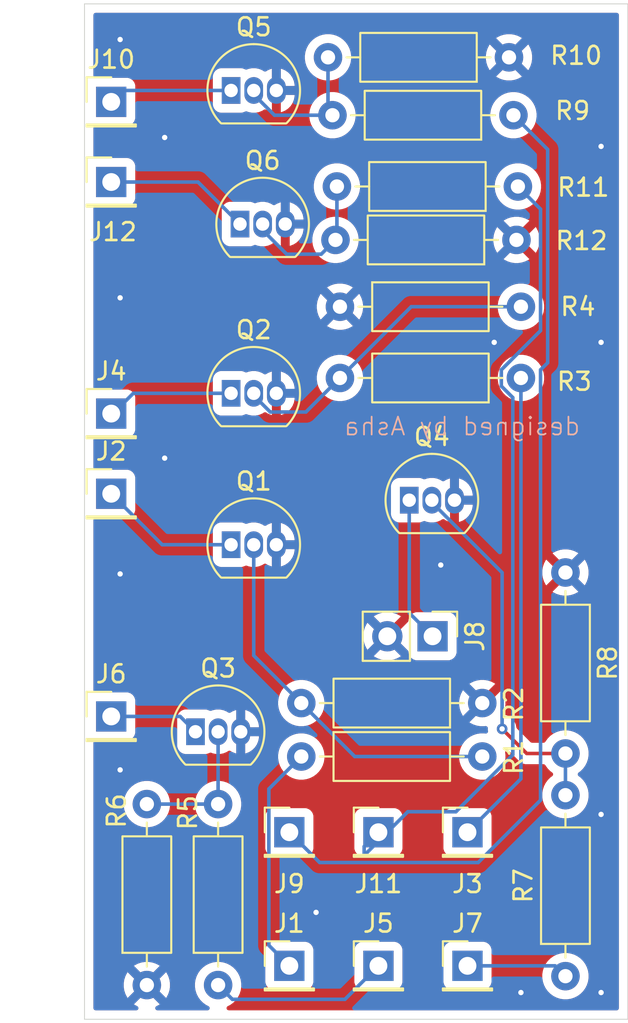
<source format=kicad_pcb>
(kicad_pcb
	(version 20241229)
	(generator "pcbnew")
	(generator_version "9.0")
	(general
		(thickness 1.6)
		(legacy_teardrops no)
	)
	(paper "A4")
	(layers
		(0 "F.Cu" signal)
		(2 "B.Cu" signal)
		(9 "F.Adhes" user "F.Adhesive")
		(11 "B.Adhes" user "B.Adhesive")
		(13 "F.Paste" user)
		(15 "B.Paste" user)
		(5 "F.SilkS" user "F.Silkscreen")
		(7 "B.SilkS" user "B.Silkscreen")
		(1 "F.Mask" user)
		(3 "B.Mask" user)
		(17 "Dwgs.User" user "User.Drawings")
		(19 "Cmts.User" user "User.Comments")
		(21 "Eco1.User" user "User.Eco1")
		(23 "Eco2.User" user "User.Eco2")
		(25 "Edge.Cuts" user)
		(27 "Margin" user)
		(31 "F.CrtYd" user "F.Courtyard")
		(29 "B.CrtYd" user "B.Courtyard")
		(35 "F.Fab" user)
		(33 "B.Fab" user)
		(39 "User.1" user)
		(41 "User.2" user)
		(43 "User.3" user)
		(45 "User.4" user)
	)
	(setup
		(pad_to_mask_clearance 0)
		(allow_soldermask_bridges_in_footprints no)
		(tenting front back)
		(pcbplotparams
			(layerselection 0x00000000_00000000_55555555_575555ff)
			(plot_on_all_layers_selection 0x00000000_00000000_00000000_00000000)
			(disableapertmacros no)
			(usegerberextensions no)
			(usegerberattributes yes)
			(usegerberadvancedattributes yes)
			(creategerberjobfile yes)
			(dashed_line_dash_ratio 12.000000)
			(dashed_line_gap_ratio 3.000000)
			(svgprecision 4)
			(plotframeref no)
			(mode 1)
			(useauxorigin no)
			(hpglpennumber 1)
			(hpglpenspeed 20)
			(hpglpendiameter 15.000000)
			(pdf_front_fp_property_popups yes)
			(pdf_back_fp_property_popups yes)
			(pdf_metadata yes)
			(pdf_single_document no)
			(dxfpolygonmode yes)
			(dxfimperialunits yes)
			(dxfusepcbnewfont yes)
			(psnegative no)
			(psa4output no)
			(plot_black_and_white yes)
			(sketchpadsonfab no)
			(plotpadnumbers no)
			(hidednponfab no)
			(sketchdnponfab yes)
			(crossoutdnponfab yes)
			(subtractmaskfromsilk no)
			(outputformat 1)
			(mirror no)
			(drillshape 0)
			(scaleselection 1)
			(outputdirectory "production")
		)
	)
	(net 0 "")
	(net 1 "Net-(Q1-B)")
	(net 2 "GND")
	(net 3 "/out4")
	(net 4 "/out3")
	(net 5 "Net-(Q2-B)")
	(net 6 "Net-(Q3-B)")
	(net 7 "/out5")
	(net 8 "Net-(Q4-B)")
	(net 9 "/out6")
	(net 10 "Net-(Q5-B)")
	(net 11 "/out1")
	(net 12 "Net-(Q6-B)")
	(net 13 "/out2")
	(net 14 "/in4")
	(net 15 "/in3")
	(net 16 "/in5")
	(net 17 "/in6")
	(net 18 "/in1")
	(net 19 "/in2")
	(footprint "Connector_PinHeader_2.54mm:PinHeader_1x01_P2.54mm_Vertical" (layer "F.Cu") (at 125 119))
	(footprint "Connector_PinHeader_2.54mm:PinHeader_1x02_P2.54mm_Vertical" (layer "F.Cu") (at 128.04 100.5 -90))
	(footprint "Package_TO_SOT_THT:TO-92_Inline" (layer "F.Cu") (at 126.73 92.86))
	(footprint "Resistor_THT:R_Axial_DIN0207_L6.3mm_D2.5mm_P10.16mm_Horizontal" (layer "F.Cu") (at 112 120.08 90))
	(footprint "Package_TO_SOT_THT:TO-92_Inline" (layer "F.Cu") (at 116.73 69.86))
	(footprint "Resistor_THT:R_Axial_DIN0207_L6.3mm_D2.5mm_P10.16mm_Horizontal" (layer "F.Cu") (at 133 86 180))
	(footprint "Connector_PinHeader_2.54mm:PinHeader_1x01_P2.54mm_Vertical" (layer "F.Cu") (at 110 105))
	(footprint "Resistor_THT:R_Axial_DIN0207_L6.3mm_D2.5mm_P10.16mm_Horizontal" (layer "F.Cu") (at 132.33 68 180))
	(footprint "Connector_PinHeader_2.54mm:PinHeader_1x01_P2.54mm_Vertical" (layer "F.Cu") (at 130 119))
	(footprint "Resistor_THT:R_Axial_DIN0207_L6.3mm_D2.5mm_P10.16mm_Horizontal" (layer "F.Cu") (at 135.5 96.92 -90))
	(footprint "Package_TO_SOT_THT:TO-92_Inline" (layer "F.Cu") (at 116.73 95.36))
	(footprint "Resistor_THT:R_Axial_DIN0207_L6.3mm_D2.5mm_P10.16mm_Horizontal" (layer "F.Cu") (at 116 120.08 90))
	(footprint "Resistor_THT:R_Axial_DIN0207_L6.3mm_D2.5mm_P10.16mm_Horizontal" (layer "F.Cu") (at 135.5 119.58 90))
	(footprint "Connector_PinHeader_2.54mm:PinHeader_1x01_P2.54mm_Vertical" (layer "F.Cu") (at 130 111.5))
	(footprint "Resistor_THT:R_Axial_DIN0207_L6.3mm_D2.5mm_P10.16mm_Horizontal" (layer "F.Cu") (at 122.84 82))
	(footprint "Connector_PinHeader_2.54mm:PinHeader_1x01_P2.54mm_Vertical" (layer "F.Cu") (at 110 88))
	(footprint "Package_TO_SOT_THT:TO-92_Inline" (layer "F.Cu") (at 116.73 86.86))
	(footprint "Resistor_THT:R_Axial_DIN0207_L6.3mm_D2.5mm_P10.16mm_Horizontal" (layer "F.Cu") (at 132.75 78.25 180))
	(footprint "Resistor_THT:R_Axial_DIN0207_L6.3mm_D2.5mm_P10.16mm_Horizontal" (layer "F.Cu") (at 132.83 75.25 180))
	(footprint "Connector_PinHeader_2.54mm:PinHeader_1x01_P2.54mm_Vertical" (layer "F.Cu") (at 125 111.5))
	(footprint "Connector_PinHeader_2.54mm:PinHeader_1x01_P2.54mm_Vertical" (layer "F.Cu") (at 110 75))
	(footprint "Connector_PinHeader_2.54mm:PinHeader_1x01_P2.54mm_Vertical" (layer "F.Cu") (at 110 92.5))
	(footprint "Connector_PinHeader_2.54mm:PinHeader_1x01_P2.54mm_Vertical" (layer "F.Cu") (at 120 119))
	(footprint "Package_TO_SOT_THT:TO-92_Inline" (layer "F.Cu") (at 117.23 77.36))
	(footprint "Connector_PinHeader_2.54mm:PinHeader_1x01_P2.54mm_Vertical" (layer "F.Cu") (at 110 70.5))
	(footprint "Package_TO_SOT_THT:TO-92_Inline" (layer "F.Cu") (at 114.73 105.86))
	(footprint "Resistor_THT:R_Axial_DIN0207_L6.3mm_D2.5mm_P10.16mm_Horizontal" (layer "F.Cu") (at 132.58 71.25 180))
	(footprint "Resistor_THT:R_Axial_DIN0207_L6.3mm_D2.5mm_P10.16mm_Horizontal" (layer "F.Cu") (at 120.67 107.25))
	(footprint "Connector_PinHeader_2.54mm:PinHeader_1x01_P2.54mm_Vertical" (layer "F.Cu") (at 120 111.5))
	(footprint "Resistor_THT:R_Axial_DIN0207_L6.3mm_D2.5mm_P10.16mm_Horizontal" (layer "F.Cu") (at 130.83 104.25 180))
	(gr_line
		(start 108.5 65)
		(end 108.5 122)
		(stroke
			(width 0.05)
			(type default)
		)
		(layer "Edge.Cuts")
		(uuid "2d8b5605-87b4-4935-955a-0c70a1f68d9f")
	)
	(gr_line
		(start 108.5 122)
		(end 139 122)
		(stroke
			(width 0.05)
			(type default)
		)
		(layer "Edge.Cuts")
		(uuid "31ed56c0-388a-4fe2-90d3-dadce63f1d8e")
	)
	(gr_line
		(start 139 122)
		(end 139 65)
		(stroke
			(width 0.05)
			(type default)
		)
		(layer "Edge.Cuts")
		(uuid "c6555747-31f4-47d7-895d-b3f1e159632a")
	)
	(gr_line
		(start 139 65)
		(end 108.5 65)
		(stroke
			(width 0.05)
			(type default)
		)
		(layer "Edge.Cuts")
		(uuid "dc038cee-8d7f-475a-a322-99ee0e45aaf9")
	)
	(gr_text "designed by Asha"
		(at 136.4 89.3 0)
		(layer "B.SilkS")
		(uuid "fb54e1b3-f565-448d-8932-c955cbc9c19c")
		(effects
			(font
				(size 1 1)
				(thickness 0.1)
			)
			(justify left bottom mirror)
		)
	)
	(segment
		(start 118 95.36)
		(end 118 101.58)
		(width 0.2)
		(layer "B.Cu")
		(net 1)
		(uuid "220ea362-b681-4944-971b-7449205ebe64")
	)
	(segment
		(start 130.83 107.25)
		(end 123.67 107.25)
		(width 0.2)
		(layer "B.Cu")
		(net 1)
		(uuid "50cee6d4-78cb-4f83-b706-cdf8da31f8b8")
	)
	(segment
		(start 123.67 107.25)
		(end 120.67 104.25)
		(width 0.2)
		(layer "B.Cu")
		(net 1)
		(uuid "70ef8760-7355-46a2-99da-43cde3ec24ff")
	)
	(segment
		(start 118 101.58)
		(end 120.67 104.25)
		(width 0.2)
		(layer "B.Cu")
		(net 1)
		(uuid "bef13164-80d9-479e-a13b-0433a1be6d4f")
	)
	(via
		(at 137.5 84)
		(size 0.6)
		(drill 0.3)
		(layers "F.Cu" "B.Cu")
		(free yes)
		(net 2)
		(uuid "16231c60-b9d3-4f62-8298-72b13d68a924")
	)
	(via
		(at 110.5 108)
		(size 0.6)
		(drill 0.3)
		(layers "F.Cu" "B.Cu")
		(free yes)
		(net 2)
		(uuid "1cdf720a-3a7d-4bca-8ecf-a2c93b0d958b")
	)
	(via
		(at 110.5 97)
		(size 0.6)
		(drill 0.3)
		(layers "F.Cu" "B.Cu")
		(free yes)
		(net 2)
		(uuid "2362e79b-2d02-41a3-b9cf-2ff7ae9a68dd")
	)
	(via
		(at 113 90.5)
		(size 0.6)
		(drill 0.3)
		(layers "F.Cu" "B.Cu")
		(free yes)
		(net 2)
		(uuid "33d9fb85-9e77-418c-87ba-eb4aa7412a43")
	)
	(via
		(at 113 72.5)
		(size 0.6)
		(drill 0.3)
		(layers "F.Cu" "B.Cu")
		(free yes)
		(net 2)
		(uuid "3466ecff-b0c0-4b0e-bad8-f9b438f7f58c")
	)
	(via
		(at 110.5 67)
		(size 0.6)
		(drill 0.3)
		(layers "F.Cu" "B.Cu")
		(free yes)
		(net 2)
		(uuid "36146843-c5eb-4a11-b983-fa51586fccc8")
	)
	(via
		(at 133 120.5)
		(size 0.6)
		(drill 0.3)
		(layers "F.Cu" "B.Cu")
		(free yes)
		(net 2)
		(uuid "464e1ec3-27e1-4a4a-9166-7d85aa6c8d62")
	)
	(via
		(at 137.5 120.5)
		(size 0.6)
		(drill 0.3)
		(layers "F.Cu" "B.Cu")
		(free yes)
		(net 2)
		(uuid "7a092067-6308-4b00-a0c9-b825146dfa59")
	)
	(via
		(at 110.5 81.5)
		(size 0.6)
		(drill 0.3)
		(layers "F.Cu" "B.Cu")
		(free yes)
		(net 2)
		(uuid "8b58572a-f328-4ae1-9ba4-d801e0d36414")
	)
	(via
		(at 128.5 96.5)
		(size 0.6)
		(drill 0.3)
		(layers "F.Cu" "B.Cu")
		(free yes)
		(net 2)
		(uuid "8d7a31d7-6132-4b6f-ae1e-648a43b6aa7d")
	)
	(via
		(at 137.5 73)
		(size 0.6)
		(drill 0.3)
		(layers "F.Cu" "B.Cu")
		(free yes)
		(net 2)
		(uuid "c3e7d037-e4e4-49e3-b959-7cc20c9b742c")
	)
	(via
		(at 121.5 116)
		(size 0.6)
		(drill 0.3)
		(layers "F.Cu" "B.Cu")
		(free yes)
		(net 2)
		(uuid "db0672a5-91c3-4825-a349-f4a11e43c536")
	)
	(via
		(at 131.5 84)
		(size 0.6)
		(drill 0.3)
		(layers "F.Cu" "B.Cu")
		(free yes)
		(net 2)
		(uuid "f580098f-9643-4b1f-ad1f-cad1edbd4984")
	)
	(via
		(at 137.5 110.5)
		(size 0.6)
		(drill 0.3)
		(layers "F.Cu" "B.Cu")
		(free yes)
		(net 2)
		(uuid "f78be4a8-bfb8-46b3-bf22-f572ec6b86db")
	)
	(segment
		(start 112.86 95.36)
		(end 110 92.5)
		(width 0.2)
		(layer "B.Cu")
		(net 3)
		(uuid "7c78ca35-4053-4674-8934-ce069cefd550")
	)
	(segment
		(start 116.73 95.36)
		(end 112.86 95.36)
		(width 0.2)
		(layer "B.Cu")
		(net 3)
		(uuid "950dabe6-e5a7-45b0-a781-135ad84cd5c9")
	)
	(segment
		(start 110.1 88)
		(end 111.24 86.86)
		(width 0.2)
		(layer "B.Cu")
		(net 4)
		(uuid "830c4236-701f-4e99-b21a-b0d6fdd0b233")
	)
	(segment
		(start 110 88)
		(end 110.1 88)
		(width 0.2)
		(layer "B.Cu")
		(net 4)
		(uuid "89b689e3-2cb4-44da-8156-de3019fc6549")
	)
	(segment
		(start 111.24 86.86)
		(end 116.73 86.86)
		(width 0.2)
		(layer "B.Cu")
		(net 4)
		(uuid "fe434883-7133-42d5-afbc-adb5bbebf6ce")
	)
	(segment
		(start 118 86.86)
		(end 118 86.98314)
		(width 0.2)
		(layer "B.Cu")
		(net 5)
		(uuid "49dbce19-de1b-4f29-adcc-2de4fcd846db")
	)
	(segment
		(start 118 86.98314)
		(end 118.92786 87.911)
		(width 0.2)
		(layer "B.Cu")
		(net 5)
		(uuid "6c9be5d8-6b6f-4640-96e8-06b1b2df4621")
	)
	(segment
		(start 118.92786 87.911)
		(end 120.929 87.911)
		(width 0.2)
		(layer "B.Cu")
		(net 5)
		(uuid "7697e6ab-8d16-4445-8525-4c80c50a1871")
	)
	(segment
		(start 126.84 82)
		(end 122.84 86)
		(width 0.2)
		(layer "B.Cu")
		(net 5)
		(uuid "8c0a3560-a39e-464c-bf75-f05fbae7e536")
	)
	(segment
		(start 120.929 87.911)
		(end 122.84 86)
		(width 0.2)
		(layer "B.Cu")
		(net 5)
		(uuid "a8ef9558-60f6-4714-9548-42f14d9b7b33")
	)
	(segment
		(start 133 82)
		(end 126.84 82)
		(width 0.2)
		(layer "B.Cu")
		(net 5)
		(uuid "d6e3fd90-bbf6-46b6-98f7-bb447f081733")
	)
	(segment
		(start 112 109.92)
		(end 116 109.92)
		(width 0.2)
		(layer "B.Cu")
		(net 6)
		(uuid "20d008c0-bd4e-4433-a9a6-060459560df0")
	)
	(segment
		(start 116 109.92)
		(end 116 105.86)
		(width 0.2)
		(layer "B.Cu")
		(net 6)
		(uuid "5e95fef5-d44b-4dd8-b594-2b776b0d2211")
	)
	(segment
		(start 113.87 105)
		(end 114.73 105.86)
		(width 0.2)
		(layer "B.Cu")
		(net 7)
		(uuid "ac63d1b7-8dd9-4cf3-aab1-e04e44731baf")
	)
	(segment
		(start 110 105)
		(end 113.87 105)
		(width 0.2)
		(layer "B.Cu")
		(net 7)
		(uuid "db02b80a-5ef8-45bf-aa74-fef75bcb029f")
	)
	(segment
		(start 133.32395 107.08)
		(end 131.94395 105.7)
		(width 0.2)
		(layer "F.Cu")
		(net 8)
		(uuid "b353ac44-c37d-41e3-9ac0-a0fe09477810")
	)
	(segment
		(start 135.5 107.08)
		(end 133.32395 107.08)
		(width 0.2)
		(layer "F.Cu")
		(net 8)
		(uuid "f86ce915-982b-4d37-95fc-7dd42de20f33")
	)
	(via
		(at 131.94395 105.7)
		(size 0.6)
		(drill 0.3)
		(layers "F.Cu" "B.Cu")
		(net 8)
		(uuid "cb775bca-2508-4a7c-b35a-da84a5f5480e")
	)
	(segment
		(start 131.94395 96.92709)
		(end 128 92.98314)
		(width 0.2)
		(layer "B.Cu")
		(net 8)
		(uuid "75771a8e-0588-49e0-91b9-07e4b1b3cd37")
	)
	(segment
		(start 131.94395 105.7)
		(end 131.94395 96.92709)
		(width 0.2)
		(layer "B.Cu")
		(net 8)
		(uuid "8eefdc53-8de4-434b-b726-0d993fbe355e")
	)
	(segment
		(start 135.5 107.08)
		(end 135.5 109.42)
		(width 0.2)
		(layer "B.Cu")
		(net 8)
		(uuid "9a120f71-985e-42d7-a291-a4ca90eb3bd9")
	)
	(segment
		(start 128 92.98314)
		(end 128 92.86)
		(width 0.2)
		(layer "B.Cu")
		(net 8)
		(uuid "f9499bb4-04d9-4045-a18f-f87987388725")
	)
	(segment
		(start 126.73 99.19)
		(end 128.04 100.5)
		(width 0.2)
		(layer "B.Cu")
		(net 9)
		(uuid "37612de3-63dc-4d72-9f95-2fd0d0b3f4a9")
	)
	(segment
		(start 126.73 92.86)
		(end 126.73 99.19)
		(width 0.2)
		(layer "B.Cu")
		(net 9)
		(uuid "d155f796-c8dd-4880-9723-889651cf4baa")
	)
	(segment
		(start 122.17 68)
		(end 122.17 71)
		(width 0.2)
		(layer "B.Cu")
		(net 10)
		(uuid "70ae5260-7698-4a85-aed2-63f550e7693a")
	)
	(segment
		(start 118 70.085)
		(end 118 69.86)
		(width 0.2)
		(layer "B.Cu")
		(net 10)
		(uuid "7493efb3-73b9-4b98-be8d-d28e5dfd2413")
	)
	(segment
		(start 122.42 71.25)
		(end 119.165 71.25)
		(width 0.2)
		(layer "B.Cu")
		(net 10)
		(uuid "a1052a8d-cac1-4326-8058-49f3a68da680")
	)
	(segment
		(start 122.17 71)
		(end 122.42 71.25)
		(width 0.2)
		(layer "B.Cu")
		(net 10)
		(uuid "d83c37de-16a6-4375-ba72-8bbf8014b960")
	)
	(segment
		(start 119.165 71.25)
		(end 118 70.085)
		(width 0.2)
		(layer "B.Cu")
		(net 10)
		(uuid "fd1b3770-c2b7-41ac-b585-3df1a701d2b7")
	)
	(segment
		(start 116.73 69.86)
		(end 110.64 69.86)
		(width 0.2)
		(layer "B.Cu")
		(net 11)
		(uuid "3e6b07ae-4abb-4033-97ab-ac17f56080e8")
	)
	(segment
		(start 110.64 69.86)
		(end 110 70.5)
		(width 0.2)
		(layer "B.Cu")
		(net 11)
		(uuid "b8633021-fe9d-403e-b4ee-5005c1b8b6a8")
	)
	(segment
		(start 119.849999 79.049999)
		(end 118.5 77.7)
		(width 0.2)
		(layer "B.Cu")
		(net 12)
		(uuid "20294a17-eef6-4225-b439-051442b06e37")
	)
	(segment
		(start 118.5 77.7)
		(end 118.5 77.36)
		(width 0.2)
		(layer "B.Cu")
		(net 12)
		(uuid "2527c494-7c3e-4da0-9a4d-daf0beb11520")
	)
	(segment
		(start 122.59 78.25)
		(end 121.790001 79.049999)
		(width 0.2)
		(layer "B.Cu")
		(net 12)
		(uuid "4958eb44-3a27-4a22-b878-58c19ffb12bb")
	)
	(segment
		(start 121.790001 79.049999)
		(end 119.849999 79.049999)
		(width 0.2)
		(layer "B.Cu")
		(net 12)
		(uuid "7695e1ed-ac42-4db5-96ac-ba34e45cd180")
	)
	(segment
		(start 122.67 75.25)
		(end 122.67 78.17)
		(width 0.2)
		(layer "B.Cu")
		(net 12)
		(uuid "b14f6dc0-df32-456d-bbb5-6231e8569131")
	)
	(segment
		(start 122.67 78.17)
		(end 122.59 78.25)
		(width 0.2)
		(layer "B.Cu")
		(net 12)
		(uuid "b500324c-1d92-40a0-aaa4-e50880a4e883")
	)
	(segment
		(start 114.87 75)
		(end 117.23 77.36)
		(width 0.2)
		(layer "B.Cu")
		(net 13)
		(uuid "23f4c749-0479-41c6-9aed-1ea896022677")
	)
	(segment
		(start 110 75)
		(end 114.87 75)
		(width 0.2)
		(layer "B.Cu")
		(net 13)
		(uuid "e825e047-d639-434c-93d5-d764f8f8c501")
	)
	(segment
		(start 120.67 107.25)
		(end 118.849 109.071)
		(width 0.2)
		(layer "B.Cu")
		(net 14)
		(uuid "a47a1e47-9a9e-49d9-849f-a53401a2d304")
	)
	(segment
		(start 118.849 117.849)
		(end 120 119)
		(width 0.2)
		(layer "B.Cu")
		(net 14)
		(uuid "bd053aa4-c3c3-4ab1-abf6-8628782cdf33")
	)
	(segment
		(start 118.849 109.071)
		(end 118.849 117.849)
		(width 0.2)
		(layer "B.Cu")
		(net 14)
		(uuid "d1087dfb-9571-48d6-a172-aebfbcce20fb")
	)
	(segment
		(start 133 108.5)
		(end 130 111.5)
		(width 0.2)
		(layer "B.Cu")
		(net 15)
		(uuid "5056971c-b641-4ea7-af48-0db08b37a56a")
	)
	(segment
		(start 133 86)
		(end 133 108.5)
		(width 0.2)
		(layer "B.Cu")
		(net 15)
		(uuid "ff716a5f-bd68-43ed-becb-439289aa827a")
	)
	(segment
		(start 116.799999 120.879999)
		(end 123.120001 120.879999)
		(width 0.2)
		(layer "B.Cu")
		(net 16)
		(uuid "05d99383-1fa3-4c7a-9914-3ff935112935")
	)
	(segment
		(start 116 120.08)
		(end 116.799999 120.879999)
		(width 0.2)
		(layer "B.Cu")
		(net 16)
		(uuid "1d020cef-24c1-4863-ace9-b520414e1d31")
	)
	(segment
		(start 123.120001 120.879999)
		(end 125 119)
		(width 0.2)
		(layer "B.Cu")
		(net 16)
		(uuid "f8958d92-2cda-48c8-90e4-1266f0478cc3")
	)
	(segment
		(start 130 119)
		(end 134.92 119)
		(width 0.2)
		(layer "B.Cu")
		(net 17)
		(uuid "3885d7b8-df2a-433e-80bd-36f8bafcd91f")
	)
	(segment
		(start 134.92 119)
		(end 135.5 119.58)
		(width 0.2)
		(layer "B.Cu")
		(net 17)
		(uuid "7394d19d-1459-45b0-87c9-8971a5444387")
	)
	(segment
		(start 130.601 113.201)
		(end 121.701 113.201)
		(width 0.2)
		(layer "B.Cu")
		(net 18)
		(uuid "132810c1-7fa8-4a5d-a346-c42f88e225bd")
	)
	(segment
		(start 121.701 113.201)
		(end 120 111.5)
		(width 0.2)
		(layer "B.Cu")
		(net 18)
		(uuid "297abf7f-141a-43b9-a1c3-9b13d7eeaf22")
	)
	(segment
		(start 134.502 73.172)
		(end 134.502 85.14295)
		(width 0.2)
		(layer "B.Cu")
		(net 18)
		(uuid "4432578b-20af-4a57-8a14-2cb84554a77a")
	)
	(segment
		(start 132.58 71.25)
		(end 134.502 73.172)
		(width 0.2)
		(layer "B.Cu")
		(net 18)
		(uuid "b589bfec-cfa4-43df-83ef-4a751887bd24")
	)
	(segment
		(start 134.502 85.14295)
		(end 134.101 85.54395)
		(width 0.2)
		(layer "B.Cu")
		(net 18)
		(uuid "d13a7cf2-f65d-402e-b035-5eab09f13f47")
	)
	(segment
		(start 134.101 85.54395)
		(end 134.101 109.701)
		(width 0.2)
		(layer "B.Cu")
		(net 18)
		(uuid "d82cce9e-e2b5-4c84-a1df-c9bd13266833")
	)
	(segment
		(start 134.101 109.701)
		(end 130.601 113.201)
		(width 0.2)
		(layer "B.Cu")
		(net 18)
		(uuid "f6d3259f-2ff9-4a88-ad47-154c3d907e52")
	)
	(segment
		(start 124.2 112.3)
		(end 125 111.5)
		(width 0.2)
		(layer "B.Cu")
		(net 19)
		(uuid "0b246790-a2be-42ce-9154-fd90fffd089f")
	)
	(segment
		(start 126.651 110.349)
		(end 124.2 112.8)
		(width 0.2)
		(layer "B.Cu")
		(net 19)
		(uuid "18211cca-6bb6-4aa9-8137-536a0654d4f6")
	)
	(segment
		(start 131.899 85.54395)
		(end 131.899 86.45605)
		(width 0.2)
		(layer "B.Cu")
		(net 19)
		(uuid "677c50a4-53a0-49c8-b86f-2e4827c0a9b7")
	)
	(segment
		(start 132.83 75.25)
		(end 134.101 76.521)
		(width 0.2)
		(layer "B.Cu")
		(net 19)
		(uuid "6afdd655-6909-4bb9-baf7-eb307774351b")
	)
	(segment
		(start 134.101 76.521)
		(end 134.101 83.34195)
		(width 0.2)
		(layer "B.Cu")
		(net 19)
		(uuid "72e08020-f004-43f6-ba1c-48e1c2932c74")
	)
	(segment
		(start 132.54395 87.101)
		(end 132.54395 107.15605)
		(width 0.2)
		(layer "B.Cu")
		(net 19)
		(uuid "74889549-0837-4a2b-ae48-e312151c9310")
	)
	(segment
		(start 129.351 110.349)
		(end 126.651 110.349)
		(width 0.2)
		(layer "B.Cu")
		(net 19)
		(uuid "8aca5023-7c43-4078-a4b9-7737653eafba")
	)
	(segment
		(start 124.2 112.8)
		(end 124.2 112.3)
		(width 0.2)
		(layer "B.Cu")
		(net 19)
		(uuid "92c51b66-26c2-4586-a4e0-9f5040794ebe")
	)
	(segment
		(start 134.101 83.34195)
		(end 131.899 85.54395)
		(width 0.2)
		(layer "B.Cu")
		(net 19)
		(uuid "bf8875ac-b672-44bf-b001-6f9567e9169d")
	)
	(segment
		(start 132.54395 107.15605)
		(end 129.351 110.349)
		(width 0.2)
		(layer "B.Cu")
		(net 19)
		(uuid "faae1236-f8f5-41a4-ad68-498cdb8a0694")
	)
	(segment
		(start 131.899 86.45605)
		(end 132.54395 87.101)
		(width 0.2)
		(layer "B.Cu")
		(net 19)
		(uuid "fab33f79-26be-4711-83b3-18c3d13c7db9")
	)
	(zone
		(net 2)
		(net_name "GND")
		(layers "F.Cu" "B.Cu")
		(uuid "26cee065-f737-4e24-9343-1adc1d6dc6e5")
		(hatch edge 0.5)
		(connect_pads
			(clearance 0.5)
		)
		(min_thickness 0.25)
		(filled_areas_thickness no)
		(fill yes
			(thermal_gap 0.5)
			(thermal_bridge_width 0.5)
		)
		(polygon
			(pts
				(xy 139 122) (xy 108.5 122) (xy 108.5 65) (xy 139 65)
			)
		)
		(filled_polygon
			(layer "F.Cu")
			(pts
				(xy 138.442539 65.520185) (xy 138.488294 65.572989) (xy 138.4995 65.6245) (xy 138.4995 121.3755)
				(xy 138.479815 121.442539) (xy 138.427011 121.488294) (xy 138.3755 121.4995) (xy 116.595169 121.4995)
				(xy 116.52813 121.479815) (xy 116.482375 121.427011) (xy 116.472431 121.357853) (xy 116.501456 121.294297)
				(xy 116.538874 121.265015) (xy 116.560514 121.253988) (xy 116.68161 121.192287) (xy 116.77459 121.124732)
				(xy 116.847213 121.071971) (xy 116.847215 121.071968) (xy 116.847219 121.071966) (xy 116.991966 120.927219)
				(xy 116.991968 120.927215) (xy 116.991971 120.927213) (xy 117.049175 120.848477) (xy 117.112287 120.76161)
				(xy 117.20522 120.579219) (xy 117.268477 120.384534) (xy 117.3005 120.182352) (xy 117.3005 119.977648)
				(xy 117.285752 119.884534) (xy 117.268477 119.775465) (xy 117.237458 119.68) (xy 117.20522 119.580781)
				(xy 117.205218 119.580778) (xy 117.205218 119.580776) (xy 117.152671 119.477648) (xy 117.112287 119.39839)
				(xy 117.080092 119.354077) (xy 116.991971 119.232786) (xy 116.847213 119.088028) (xy 116.681613 118.967715)
				(xy 116.681612 118.967714) (xy 116.68161 118.967713) (xy 116.624653 118.938691) (xy 116.499223 118.874781)
				(xy 116.304534 118.811522) (xy 116.129995 118.783878) (xy 116.102352 118.7795) (xy 115.897648 118.7795)
				(xy 115.873329 118.783351) (xy 115.695465 118.811522) (xy 115.500776 118.874781) (xy 115.318386 118.967715)
				(xy 115.152786 119.088028) (xy 115.008028 119.232786) (xy 114.887715 119.398386) (xy 114.794781 119.580776)
				(xy 114.731522 119.775465) (xy 114.6995 119.977648) (xy 114.6995 120.182351) (xy 114.731522 120.384534)
				(xy 114.794781 120.579223) (xy 114.852391 120.692287) (xy 114.887585 120.761359) (xy 114.887715 120.761613)
				(xy 115.008028 120.927213) (xy 115.152786 121.071971) (xy 115.273226 121.159474) (xy 115.31839 121.192287)
				(xy 115.430482 121.249401) (xy 115.461126 121.265015) (xy 115.511922 121.31299) (xy 115.528717 121.380811)
				(xy 115.506179 121.446946) (xy 115.451464 121.490397) (xy 115.404831 121.4995) (xy 112.594068 121.4995)
				(xy 112.527029 121.479815) (xy 112.481274 121.427011) (xy 112.47133 121.357853) (xy 112.500355 121.294297)
				(xy 112.537773 121.265015) (xy 112.681349 121.191859) (xy 112.725921 121.159474) (xy 112.046447 120.48)
				(xy 112.052661 120.48) (xy 112.154394 120.452741) (xy 112.245606 120.40008) (xy 112.32008 120.325606)
				(xy 112.372741 120.234394) (xy 112.4 120.132661) (xy 112.4 120.126447) (xy 113.079474 120.805921)
				(xy 113.111859 120.761349) (xy 113.204755 120.579031) (xy 113.26799 120.384417) (xy 113.3 120.182317)
				(xy 113.3 119.977682) (xy 113.26799 119.775582) (xy 113.204755 119.580968) (xy 113.111859 119.39865)
				(xy 113.079474 119.354077) (xy 113.079474 119.354076) (xy 112.4 120.033551) (xy 112.4 120.027339)
				(xy 112.372741 119.925606) (xy 112.32008 119.834394) (xy 112.245606 119.75992) (xy 112.154394 119.707259)
				(xy 112.052661 119.68) (xy 112.046446 119.68) (xy 112.725922 119.000524) (xy 112.725921 119.000523)
				(xy 112.681359 118.968147) (xy 112.68135 118.968141) (xy 112.499031 118.875244) (xy 112.304417 118.812009)
				(xy 112.102317 118.78) (xy 111.897683 118.78) (xy 111.695582 118.812009) (xy 111.500968 118.875244)
				(xy 111.318644 118.968143) (xy 111.274077 119.000523) (xy 111.274077 119.000524) (xy 111.953554 119.68)
				(xy 111.947339 119.68) (xy 111.845606 119.707259) (xy 111.754394 119.75992) (xy 111.67992 119.834394)
				(xy 111.627259 119.925606) (xy 111.6 120.027339) (xy 111.6 120.033553) (xy 110.920524 119.354077)
				(xy 110.920523 119.354077) (xy 110.888143 119.398644) (xy 110.795244 119.580968) (xy 110.732009 119.775582)
				(xy 110.7 119.977682) (xy 110.7 120.182317) (xy 110.732009 120.384417) (xy 110.795244 120.579031)
				(xy 110.888141 120.76135) (xy 110.888147 120.761359) (xy 110.920523 120.805921) (xy 110.920524 120.805922)
				(xy 111.6 120.126446) (xy 111.6 120.132661) (xy 111.627259 120.234394) (xy 111.67992 120.325606)
				(xy 111.754394 120.40008) (xy 111.845606 120.452741) (xy 111.947339 120.48) (xy 111.953553 120.48)
				(xy 111.274076 121.159474) (xy 111.31865 121.191859) (xy 111.462227 121.265015) (xy 111.513023 121.312989)
				(xy 111.529818 121.38081) (xy 111.507281 121.446945) (xy 111.452566 121.490397) (xy 111.405932 121.4995)
				(xy 109.1245 121.4995) (xy 109.057461 121.479815) (xy 109.011706 121.427011) (xy 109.0005 121.3755)
				(xy 109.0005 118.102135) (xy 118.6495 118.102135) (xy 118.6495 119.89787) (xy 118.649501 119.897876)
				(xy 118.655908 119.957483) (xy 118.706202 120.092328) (xy 118.706206 120.092335) (xy 118.792452 120.207544)
				(xy 118.792455 120.207547) (xy 118.907664 120.293793) (xy 118.907671 120.293797) (xy 119.042517 120.344091)
				(xy 119.042516 120.344091) (xy 119.049444 120.344835) (xy 119.102127 120.3505) (xy 120.897872 120.350499)
				(xy 120.957483 120.344091) (xy 121.092331 120.293796) (xy 121.207546 120.207546) (xy 121.293796 120.092331)
				(xy 121.344091 119.957483) (xy 121.3505 119.897873) (xy 121.350499 118.102135) (xy 123.6495 118.102135)
				(xy 123.6495 119.89787) (xy 123.649501 119.897876) (xy 123.655908 119.957483) (xy 123.706202 120.092328)
				(xy 123.706206 120.092335) (xy 123.792452 120.207544) (xy 123.792455 120.207547) (xy 123.907664 120.293793)
				(xy 123.907671 120.293797) (xy 124.042517 120.344091) (xy 124.042516 120.344091) (xy 124.049444 120.344835)
				(xy 124.102127 120.3505) (xy 125.897872 120.350499) (xy 125.957483 120.344091) (xy 126.092331 120.293796)
				(xy 126.207546 120.207546) (xy 126.293796 120.092331) (xy 126.344091 119.957483) (xy 126.3505 119.897873)
				(xy 126.350499 118.102135) (xy 128.6495 118.102135) (xy 128.6495 119.89787) (xy 128.649501 119.897876)
				(xy 128.655908 119.957483) (xy 128.706202 120.092328) (xy 128.706206 120.092335) (xy 128.792452 120.207544)
				(xy 128.792455 120.207547) (xy 128.907664 120.293793) (xy 128.907671 120.293797) (xy 129.042517 120.344091)
				(xy 129.042516 120.344091) (xy 129.049444 120.344835) (xy 129.102127 120.3505) (xy 130.897872 120.350499)
				(xy 130.957483 120.344091) (xy 131.092331 120.293796) (xy 131.207546 120.207546) (xy 131.293796 120.092331)
				(xy 131.344091 119.957483) (xy 131.3505 119.897873) (xy 131.3505 119.477648) (xy 134.1995 119.477648)
				(xy 134.1995 119.682351) (xy 134.231522 119.884534) (xy 134.294781 120.079223) (xy 134.32201 120.132661)
				(xy 134.360166 120.207547) (xy 134.387715 120.261613) (xy 134.508028 120.427213) (xy 134.652786 120.571971)
				(xy 134.807749 120.684556) (xy 134.81839 120.692287) (xy 134.934607 120.751503) (xy 135.000776 120.785218)
				(xy 135.000778 120.785218) (xy 135.000781 120.78522) (xy 135.105137 120.819127) (xy 135.195465 120.848477)
				(xy 135.296557 120.864488) (xy 135.397648 120.8805) (xy 135.397649 120.8805) (xy 135.602351 120.8805)
				(xy 135.602352 120.8805) (xy 135.804534 120.848477) (xy 135.999219 120.78522) (xy 136.18161 120.692287)
				(xy 136.337231 120.579223) (xy 136.347213 120.571971) (xy 136.347215 120.571968) (xy 136.347219 120.571966)
				(xy 136.491966 120.427219) (xy 136.491968 120.427215) (xy 136.491971 120.427213) (xy 136.547707 120.350498)
				(xy 136.612287 120.26161) (xy 136.70522 120.079219) (xy 136.768477 119.884534) (xy 136.8005 119.682352)
				(xy 136.8005 119.477648) (xy 136.768477 119.275466) (xy 136.754609 119.232786) (xy 136.739127 119.185137)
				(xy 136.70522 119.080781) (xy 136.705218 119.080778) (xy 136.705218 119.080776) (xy 136.64761 118.967715)
				(xy 136.612287 118.89839) (xy 136.595134 118.874781) (xy 136.491971 118.732786) (xy 136.347213 118.588028)
				(xy 136.181613 118.467715) (xy 136.181612 118.467714) (xy 136.18161 118.467713) (xy 136.124653 118.438691)
				(xy 135.999223 118.374781) (xy 135.804534 118.311522) (xy 135.629995 118.283878) (xy 135.602352 118.2795)
				(xy 135.397648 118.2795) (xy 135.373329 118.283351) (xy 135.195465 118.311522) (xy 135.000776 118.374781)
				(xy 134.818386 118.467715) (xy 134.652786 118.588028) (xy 134.508028 118.732786) (xy 134.387715 118.898386)
				(xy 134.294781 119.080776) (xy 134.231522 119.275465) (xy 134.1995 119.477648) (xy 131.3505 119.477648)
				(xy 131.350499 118.968147) (xy 131.350499 118.102129) (xy 131.350498 118.102123) (xy 131.350497 118.102116)
				(xy 131.344091 118.042517) (xy 131.293796 117.907669) (xy 131.293795 117.907668) (xy 131.293793 117.907664)
				(xy 131.207547 117.792455) (xy 131.207544 117.792452) (xy 131.092335 117.706206) (xy 131.092328 117.706202)
				(xy 130.957482 117.655908) (xy 130.957483 117.655908) (xy 130.897883 117.649501) (xy 130.897881 117.6495)
				(xy 130.897873 117.6495) (xy 130.897864 117.6495) (xy 129.102129 117.6495) (xy 129.102123 117.649501)
				(xy 129.042516 117.655908) (xy 128.907671 117.706202) (xy 128.907664 117.706206) (xy 128.792455 117.792452)
				(xy 128.792452 117.792455) (xy 128.706206 117.907664) (xy 128.706202 117.907671) (xy 128.655908 118.042517)
				(xy 128.649501 118.102116) (xy 128.649501 118.102123) (xy 128.6495 118.102135) (xy 126.350499 118.102135)
				(xy 126.350499 118.102128) (xy 126.344091 118.042517) (xy 126.293796 117.907669) (xy 126.293795 117.907668)
				(xy 126.293793 117.907664) (xy 126.207547 117.792455) (xy 126.207544 117.792452) (xy 126.092335 117.706206)
				(xy 126.092328 117.706202) (xy 125.957482 117.655908) (xy 125.957483 117.655908) (xy 125.897883 117.649501)
				(xy 125.897881 117.6495) (xy 125.897873 117.6495) (xy 125.897864 117.6495) (xy 124.102129 117.6495)
				(xy 124.102123 117.649501) (xy 124.042516 117.655908) (xy 123.907671 117.706202) (xy 123.907664 117.706206)
				(xy 123.792455 117.792452) (xy 123.792452 117.792455) (xy 123.706206 117.907664) (xy 123.706202 117.907671)
				(xy 123.655908 118.042517) (xy 123.649501 118.102116) (xy 123.649501 118.102123) (xy 123.6495 118.102135)
				(xy 121.350499 118.102135) (xy 121.350499 118.102128) (xy 121.344091 118.042517) (xy 121.293796 117.907669)
				(xy 121.293795 117.907668) (xy 121.293793 117.907664) (xy 121.207547 117.792455) (xy 121.207544 117.792452)
				(xy 121.092335 117.706206) (xy 121.092328 117.706202) (xy 120.957482 117.655908) (xy 120.957483 117.655908)
				(xy 120.897883 117.649501) (xy 120.897881 117.6495) (xy 120.897873 117.6495) (xy 120.897864 117.6495)
				(xy 119.102129 117.6495) (xy 119.102123 117.649501) (xy 119.042516 117.655908) (xy 118.907671 117.706202)
				(xy 118.907664 117.706206) (xy 118.792455 117.792452) (xy 118.792452 117.792455) (xy 118.706206 117.907664)
				(xy 118.706202 117.907671) (xy 118.655908 118.042517) (xy 118.649501 118.102116) (xy 118.649501 118.102123)
				(xy 118.6495 118.102135) (xy 109.0005 118.102135) (xy 109.0005 109.817648) (xy 110.6995 109.817648)
				(xy 110.6995 110.022351) (xy 110.731522 110.224534) (xy 110.794781 110.419223) (xy 110.887715 110.601613)
				(xy 111.008028 110.767213) (xy 111.152786 110.911971) (xy 111.307749 111.024556) (xy 111.31839 111.032287)
				(xy 111.434607 111.091503) (xy 111.500776 111.125218) (xy 111.500778 111.125218) (xy 111.500781 111.12522)
				(xy 111.605137 111.159127) (xy 111.695465 111.188477) (xy 111.796557 111.204488) (xy 111.897648 111.2205)
				(xy 111.897649 111.2205) (xy 112.102351 111.2205) (xy 112.102352 111.2205) (xy 112.304534 111.188477)
				(xy 112.499219 111.12522) (xy 112.68161 111.032287) (xy 112.77459 110.964732) (xy 112.847213 110.911971)
				(xy 112.847215 110.911968) (xy 112.847219 110.911966) (xy 112.991966 110.767219) (xy 112.991968 110.767215)
				(xy 112.991971 110.767213) (xy 113.095133 110.62522) (xy 113.112287 110.60161) (xy 113.20522 110.419219)
				(xy 113.268477 110.224534) (xy 113.3005 110.022352) (xy 113.3005 109.817648) (xy 114.6995 109.817648)
				(xy 114.6995 110.022351) (xy 114.731522 110.224534) (xy 114.794781 110.419223) (xy 114.887715 110.601613)
				(xy 115.008028 110.767213) (xy 115.152786 110.911971) (xy 115.307749 111.024556) (xy 115.31839 111.032287)
				(xy 115.434607 111.091503) (xy 115.500776 111.125218) (xy 115.500778 111.125218) (xy 115.500781 111.12522)
				(xy 115.605137 111.159127) (xy 115.695465 111.188477) (xy 115.796557 111.204488) (xy 115.897648 111.2205)
				(xy 115.897649 111.2205) (xy 116.102351 111.2205) (xy 116.102352 111.2205) (xy 116.304534 111.188477)
				(xy 116.499219 111.12522) (xy 116.68161 111.032287) (xy 116.77459 110.964732) (xy 116.847213 110.911971)
				(xy 116.847215 110.911968) (xy 116.847219 110.911966) (xy 116.991966 110.767219) (xy 116.991968 110.767215)
				(xy 116.991971 110.767213) (xy 117.095135 110.625218) (xy 117.111906 110.602135) (xy 118.6495 110.602135)
				(xy 118.6495 112.39787) (xy 118.649501 112.397876) (xy 118.655908 112.457483) (xy 118.706202 112.592328)
				(xy 118.706206 112.592335) (xy 118.792452 112.707544) (xy 118.792455 112.707547) (xy 118.907664 112.793793)
				(xy 118.907671 112.793797) (xy 119.042517 112.844091) (xy 119.042516 112.844091) (xy 119.049444 112.844835)
				(xy 119.102127 112.8505) (xy 120.897872 112.850499) (xy 120.957483 112.844091) (xy 121.092331 112.793796)
				(xy 121.207546 112.707546) (xy 121.293796 112.592331) (xy 121.344091 112.457483) (xy 121.3505 112.397873)
				(xy 121.350499 110.602135) (xy 123.6495 110.602135) (xy 123.6495 112.39787) (xy 123.649501 112.397876)
				(xy 123.655908 112.457483) (xy 123.706202 112.592328) (xy 123.706206 112.592335) (xy 123.792452 112.707544)
				(xy 123.792455 112.707547) (xy 123.907664 112.793793) (xy 123.907671 112.793797) (xy 124.042517 112.844091)
				(xy 124.042516 112.844091) (xy 124.049444 112.844835) (xy 124.102127 112.8505) (xy 125.897872 112.850499)
				(xy 125.957483 112.844091) (xy 126.092331 112.793796) (xy 126.207546 112.707546) (xy 126.293796 112.592331)
				(xy 126.344091 112.457483) (xy 126.3505 112.397873) (xy 126.350499 110.602135) (xy 128.6495 110.602135)
				(xy 128.6495 112.39787) (xy 128.649501 112.397876) (xy 128.655908 112.457483) (xy 128.706202 112.592328)
				(xy 128.706206 112.592335) (xy 128.792452 112.707544) (xy 128.792455 112.707547) (xy 128.907664 112.793793)
				(xy 128.907671 112.793797) (xy 129.042517 112.844091) (xy 129.042516 112.844091) (xy 129.049444 112.844835)
				(xy 129.102127 112.8505) (xy 130.897872 112.850499) (xy 130.957483 112.844091) (xy 131.092331 112.793796)
				(xy 131.207546 112.707546) (xy 131.293796 112.592331) (xy 131.344091 112.457483) (xy 131.3505 112.397873)
				(xy 131.350499 110.602128) (xy 131.344091 110.542517) (xy 131.344089 110.542512) (xy 131.293797 110.407671)
				(xy 131.293793 110.407664) (xy 131.207547 110.292455) (xy 131.207544 110.292452) (xy 131.092335 110.206206)
				(xy 131.092328 110.206202) (xy 130.957482 110.155908) (xy 130.957483 110.155908) (xy 130.897883 110.149501)
				(xy 130.897881 110.1495) (xy 130.897873 110.1495) (xy 130.897864 110.1495) (xy 129.102129 110.1495)
				(xy 129.102123 110.149501) (xy 129.042516 110.155908) (xy 128.907671 110.206202) (xy 128.907664 110.206206)
				(xy 128.792455 110.292452) (xy 128.792452 110.292455) (xy 128.706206 110.407664) (xy 128.706202 110.407671)
				(xy 128.655908 110.542517) (xy 128.649555 110.601611) (xy 128.649501 110.602123) (xy 128.6495 110.602135)
				(xy 126.350499 110.602135) (xy 126.350499 110.602128) (xy 126.344091 110.542517) (xy 126.344089 110.542512)
				(xy 126.293797 110.407671) (xy 126.293793 110.407664) (xy 126.207547 110.292455) (xy 126.207544 110.292452)
				(xy 126.092335 110.206206) (xy 126.092328 110.206202) (xy 125.957482 110.155908) (xy 125.957483 110.155908)
				(xy 125.897883 110.149501) (xy 125.897881 110.1495) (xy 125.897873 110.1495) (xy 125.897864 110.1495)
				(xy 124.102129 110.1495) (xy 124.102123 110.149501) (xy 124.042516 110.155908) (xy 123.907671 110.206202)
				(xy 123.907664 110.206206) (xy 123.792455 110.292452) (xy 123.792452 110.292455) (xy 123.706206 110.407664)
				(xy 123.706202 110.407671) (xy 123.655908 110.542517) (xy 123.649555 110.601611) (xy 123.649501 110.602123)
				(xy 123.6495 110.602135) (xy 121.350499 110.602135) (xy 121.350499 110.602128) (xy 121.344091 110.542517)
				(xy 121.344089 110.542512) (xy 121.293797 110.407671) (xy 121.293793 110.407664) (xy 121.207547 110.292455)
				(xy 121.207544 110.292452) (xy 121.092335 110.206206) (xy 121.092328 110.206202) (xy 120.957482 110.155908)
				(xy 120.957483 110.155908) (xy 120.897883 110.149501) (xy 120.897881 110.1495) (xy 120.897873 110.1495)
				(xy 120.897864 110.1495) (xy 119.102129 110.1495) (xy 119.102123 110.149501) (xy 119.042516 110.155908)
				(xy 118.907671 110.206202) (xy 118.907664 110.206206) (xy 118.792455 110.292452) (xy 118.792452 110.292455)
				(xy 118.706206 110.407664) (xy 118.706202 110.407671) (xy 118.655908 110.542517) (xy 118.649555 110.601611)
				(xy 118.649501 110.602123) (xy 118.6495 110.602135) (xy 117.111906 110.602135) (xy 117.112287 110.60161)
				(xy 117.20522 110.419219) (xy 117.268477 110.224534) (xy 117.3005 110.022352) (xy 117.3005 109.817648)
				(xy 117.268477 109.615466) (xy 117.20522 109.420781) (xy 117.205218 109.420778) (xy 117.205218 109.420776)
				(xy 117.152671 109.317648) (xy 117.112287 109.23839) (xy 117.104556 109.227749) (xy 116.991971 109.072786)
				(xy 116.847213 108.928028) (xy 116.681613 108.807715) (xy 116.681612 108.807714) (xy 116.68161 108.807713)
				(xy 116.624653 108.778691) (xy 116.499223 108.714781) (xy 116.304534 108.651522) (xy 116.129995 108.623878)
				(xy 116.102352 108.6195) (xy 115.897648 108.6195) (xy 115.873329 108.623351) (xy 115.695465 108.651522)
				(xy 115.500776 108.714781) (xy 115.318386 108.807715) (xy 115.152786 108.928028) (xy 115.008028 109.072786)
				(xy 114.887715 109.238386) (xy 114.794781 109.420776) (xy 114.731522 109.615465) (xy 114.6995 109.817648)
				(xy 113.3005 109.817648) (xy 113.268477 109.615466) (xy 113.20522 109.420781) (xy 113.205218 109.420778)
				(xy 113.205218 109.420776) (xy 113.152671 109.317648) (xy 113.112287 109.23839) (xy 113.104556 109.227749)
				(xy 112.991971 109.072786) (xy 112.847213 108.928028) (xy 112.681613 108.807715) (xy 112.681612 108.807714)
				(xy 112.68161 108.807713) (xy 112.624653 108.778691) (xy 112.499223 108.714781) (xy 112.304534 108.651522)
				(xy 112.129995 108.623878) (xy 112.102352 108.6195) (xy 111.897648 108.6195) (xy 111.873329 108.623351)
				(xy 111.695465 108.651522) (xy 111.500776 108.714781) (xy 111.318386 108.807715) (xy 111.152786 108.928028)
				(xy 111.008028 109.072786) (xy 110.887715 109.238386) (xy 110.794781 109.420776) (xy 110.731522 109.615465)
				(xy 110.6995 109.817648) (xy 109.0005 109.817648) (xy 109.0005 107.147648) (xy 119.3695 107.147648)
				(xy 119.3695 107.352351) (xy 119.401522 107.554534) (xy 119.464781 107.749223) (xy 119.557715 107.931613)
				(xy 119.678028 108.097213) (xy 119.822786 108.241971) (xy 119.952787 108.33642) (xy 119.98839 108.362287)
				(xy 120.104607 108.421503) (xy 120.170776 108.455218) (xy 120.170778 108.455218) (xy 120.170781 108.45522)
				(xy 120.275137 108.489127) (xy 120.365465 108.518477) (xy 120.466557 108.534488) (xy 120.567648 108.5505)
				(xy 120.567649 108.5505) (xy 120.772351 108.5505) (xy 120.772352 108.5505) (xy 120.974534 108.518477)
				(xy 121.169219 108.45522) (xy 121.35161 108.362287) (xy 121.44459 108.294732) (xy 121.517213 108.241971)
				(xy 121.517215 108.241968) (xy 121.517219 108.241966) (xy 121.661966 108.097219) (xy 121.661968 108.097215)
				(xy 121.661971 108.097213) (xy 121.714732 108.02459) (xy 121.782287 107.93161) (xy 121.87522 107.749219)
				(xy 121.938477 107.554534) (xy 121.9705 107.352352) (xy 121.9705 107.147648) (xy 129.5295 107.147648)
				(xy 129.5295 107.352351) (xy 129.561522 107.554534) (xy 129.624781 107.749223) (xy 129.717715 107.931613)
				(xy 129.838028 108.097213) (xy 129.982786 108.241971) (xy 130.112787 108.33642) (xy 130.14839 108.362287)
				(xy 130.264607 108.421503) (xy 130.330776 108.455218) (xy 130.330778 108.455218) (xy 130.330781 108.45522)
				(xy 130.435137 108.489127) (xy 130.525465 108.518477) (xy 130.626557 108.534488) (xy 130.727648 108.5505)
				(xy 130.727649 108.5505) (xy 130.932351 108.5505) (xy 130.932352 108.5505) (xy 131.134534 108.518477)
				(xy 131.329219 108.45522) (xy 131.51161 108.362287) (xy 131.60459 108.294732) (xy 131.677213 108.241971)
				(xy 131.677215 108.241968) (xy 131.677219 108.241966) (xy 131.821966 108.097219) (xy 131.821968 108.097215)
				(xy 131.821971 108.097213) (xy 131.874732 108.02459) (xy 131.942287 107.93161) (xy 132.03522 107.749219)
				(xy 132.098477 107.554534) (xy 132.1305 107.352352) (xy 132.1305 107.147648) (xy 132.112691 107.035208)
				(xy 132.121645 106.965916) (xy 132.166642 106.912464) (xy 132.233393 106.891824) (xy 132.300707 106.910549)
				(xy 132.322843 106.928128) (xy 132.955234 107.56052) (xy 132.955236 107.560521) (xy 132.95524 107.560524)
				(xy 133.092159 107.639573) (xy 133.092166 107.639577) (xy 133.244893 107.680501) (xy 133.244895 107.680501)
				(xy 133.410604 107.680501) (xy 133.41062 107.6805) (xy 134.270398 107.6805) (xy 134.337437 107.700185)
				(xy 134.380882 107.748204) (xy 134.386821 107.759859) (xy 134.387715 107.761614) (xy 134.508028 107.927213)
				(xy 134.652782 108.071967) (xy 134.652787 108.071971) (xy 134.759747 108.149682) (xy 134.802413 108.205012)
				(xy 134.808392 108.274625) (xy 134.775787 108.33642) (xy 134.759747 108.350318) (xy 134.652787 108.428028)
				(xy 134.652782 108.428032) (xy 134.508028 108.572786) (xy 134.387715 108.738386) (xy 134.294781 108.920776)
				(xy 134.231522 109.115465) (xy 134.1995 109.317648) (xy 134.1995 109.522351) (xy 134.231522 109.724534)
				(xy 134.294781 109.919223) (xy 134.387715 110.101613) (xy 134.508028 110.267213) (xy 134.652786 110.411971)
				(xy 134.807749 110.524556) (xy 134.81839 110.532287) (xy 134.934607 110.591503) (xy 135.000776 110.625218)
				(xy 135.000778 110.625218) (xy 135.000781 110.62522) (xy 135.105137 110.659127) (xy 135.195465 110.688477)
				(xy 135.296557 110.704488) (xy 135.397648 110.7205) (xy 135.397649 110.7205) (xy 135.602351 110.7205)
				(xy 135.602352 110.7205) (xy 135.804534 110.688477) (xy 135.999219 110.62522) (xy 136.18161 110.532287)
				(xy 136.337231 110.419223) (xy 136.347213 110.411971) (xy 136.347215 110.411968) (xy 136.347219 110.411966)
				(xy 136.491966 110.267219) (xy 136.491968 110.267215) (xy 136.491971 110.267213) (xy 136.544732 110.19459)
				(xy 136.612287 110.10161) (xy 136.70522 109.919219) (xy 136.768477 109.724534) (xy 136.8005 109.522352)
				(xy 136.8005 109.317648) (xy 136.768477 109.115466) (xy 136.754609 109.072786) (xy 136.739127 109.025137)
				(xy 136.70522 108.920781) (xy 136.705218 108.920778) (xy 136.705218 108.920776) (xy 136.64761 108.807715)
				(xy 136.612287 108.73839) (xy 136.595134 108.714781) (xy 136.491971 108.572786) (xy 136.347219 108.428034)
				(xy 136.256721 108.362284) (xy 136.240251 108.350317) (xy 136.197586 108.294989) (xy 136.191607 108.225376)
				(xy 136.224212 108.16358) (xy 136.240251 108.149682) (xy 136.347219 108.071966) (xy 136.491966 107.927219)
				(xy 136.491968 107.927215) (xy 136.491971 107.927213) (xy 136.544732 107.85459) (xy 136.612287 107.76161)
				(xy 136.70522 107.579219) (xy 136.768477 107.384534) (xy 136.8005 107.182352) (xy 136.8005 106.977648)
				(xy 136.780652 106.852335) (xy 136.768477 106.775465) (xy 136.705218 106.580776) (xy 136.664315 106.5005)
				(xy 136.612287 106.39839) (xy 136.577493 106.3505) (xy 136.491971 106.232786) (xy 136.347213 106.088028)
				(xy 136.181613 105.967715) (xy 136.181612 105.967714) (xy 136.18161 105.967713) (xy 136.124653 105.938691)
				(xy 135.999223 105.874781) (xy 135.804534 105.811522) (xy 135.629995 105.783878) (xy 135.602352 105.7795)
				(xy 135.397648 105.7795) (xy 135.373329 105.783351) (xy 135.195465 105.811522) (xy 135.000776 105.874781)
				(xy 134.818386 105.967715) (xy 134.652786 106.088028) (xy 134.508028 106.232786) (xy 134.387715 106.398385)
				(xy 134.380883 106.411795) (xy 134.332909 106.462591) (xy 134.270398 106.4795) (xy 133.624048 106.4795)
				(xy 133.557009 106.459815) (xy 133.536367 106.443181) (xy 132.778523 105.685337) (xy 132.745038 105.624014)
				(xy 132.744587 105.621847) (xy 132.744308 105.620442) (xy 132.713687 105.466503) (xy 132.713685 105.466498)
				(xy 132.653347 105.320827) (xy 132.65334 105.320814) (xy 132.565739 105.189711) (xy 132.565736 105.189707)
				(xy 132.454242 105.078213) (xy 132.454238 105.07821) (xy 132.323135 104.990609) (xy 132.323122 104.990602)
				(xy 132.177451 104.930264) (xy 132.177441 104.930261) (xy 132.124453 104.919721) (xy 132.062542 104.887336)
				(xy 132.027968 104.82662) (xy 132.031709 104.75685) (xy 132.034084 104.750652) (xy 132.034753 104.749034)
				(xy 132.09799 104.554417) (xy 132.13 104.352317) (xy 132.13 104.147682) (xy 132.09799 103.945582)
				(xy 132.034755 103.750968) (xy 131.941859 103.56865) (xy 131.909474 103.524077) (xy 131.909474 103.524076)
				(xy 131.23 104.203553) (xy 131.23 104.197339) (xy 131.202741 104.095606) (xy 131.15008 104.004394)
				(xy 131.075606 103.92992) (xy 130.984394 103.877259) (xy 130.882661 103.85) (xy 130.876446 103.85)
				(xy 131.555922 103.170524) (xy 131.555921 103.170523) (xy 131.511359 103.138147) (xy 131.51135 103.138141)
				(xy 131.329031 103.045244) (xy 131.134417 102.982009) (xy 130.932317 102.95) (xy 130.727683 102.95)
				(xy 130.525582 102.982009) (xy 130.330968 103.045244) (xy 130.148644 103.138143) (xy 130.104077 103.170523)
				(xy 130.104077 103.170524) (xy 130.783554 103.85) (xy 130.777339 103.85) (xy 130.675606 103.877259)
				(xy 130.584394 103.92992) (xy 130.50992 104.004394) (xy 130.457259 104.095606) (xy 130.43 104.197339)
				(xy 130.43 104.203553) (xy 129.750524 103.524077) (xy 129.750523 103.524077) (xy 129.718143 103.568644)
				(xy 129.625244 103.750968) (xy 129.562009 103.945582) (xy 129.53 104.147682) (xy 129.53 104.352317)
				(xy 129.562009 104.554417) (xy 129.625244 104.749031) (xy 129.718141 104.93135) (xy 129.718147 104.931359)
				(xy 129.750523 104.975921) (xy 129.750524 104.975922) (xy 130.43 104.296446) (xy 130.43 104.302661)
				(xy 130.457259 104.404394) (xy 130.50992 104.495606) (xy 130.584394 104.57008) (xy 130.675606 104.622741)
				(xy 130.777339 104.65) (xy 130.783553 104.65) (xy 130.104076 105.329474) (xy 130.14865 105.361859)
				(xy 130.330968 105.454755) (xy 130.525582 105.51799) (xy 130.727683 105.55) (xy 130.932316 105.55)
				(xy 131.000051 105.539271) (xy 131.015335 105.541246) (xy 131.030451 105.538233) (xy 131.04928 105.545632)
				(xy 131.069344 105.548225) (xy 131.081134 105.55815) (xy 131.095479 105.563787) (xy 131.107318 105.580191)
				(xy 131.122797 105.593221) (xy 131.127945 105.60877) (xy 131.136369 105.620442) (xy 131.141265 105.649005)
				(xy 131.143269 105.655055) (xy 131.14345 105.658405) (xy 131.14345 105.778842) (xy 131.152381 105.823744)
				(xy 131.152859 105.832579) (xy 131.146787 105.858321) (xy 131.14443 105.884668) (xy 131.138892 105.891796)
				(xy 131.13682 105.900583) (xy 131.117791 105.918959) (xy 131.101567 105.939845) (xy 131.093055 105.942847)
				(xy 131.086561 105.94912) (xy 131.060616 105.954291) (xy 131.035677 105.96309) (xy 131.020437 105.9623)
				(xy 131.018039 105.962779) (xy 131.016273 105.962085) (xy 131.009644 105.961742) (xy 130.932352 105.9495)
				(xy 130.727648 105.9495) (xy 130.703329 105.953351) (xy 130.525465 105.981522) (xy 130.330776 106.044781)
				(xy 130.148386 106.137715) (xy 129.982786 106.258028) (xy 129.838028 106.402786) (xy 129.717715 106.568386)
				(xy 129.624781 106.750776) (xy 129.561522 106.945465) (xy 129.5295 107.147648) (xy 121.9705 107.147648)
				(xy 121.958374 107.07109) (xy 121.938477 106.945465) (xy 121.908215 106.852328) (xy 121.87522 106.750781)
				(xy 121.875218 106.750778) (xy 121.875218 106.750776) (xy 121.827879 106.65787) (xy 121.782287 106.56839)
				(xy 121.774556 106.557749) (xy 121.661971 106.402786) (xy 121.517213 106.258028) (xy 121.351613 106.137715)
				(xy 121.351612 106.137714) (xy 121.35161 106.137713) (xy 121.262543 106.092331) (xy 121.169223 106.044781)
				(xy 120.974534 105.981522) (xy 120.799995 105.953878) (xy 120.772352 105.9495) (xy 120.567648 105.9495)
				(xy 120.543329 105.953351) (xy 120.365465 105.981522) (xy 120.170776 106.044781) (xy 119.988386 106.137715)
				(xy 119.822786 106.258028) (xy 119.678028 106.402786) (xy 119.557715 106.568386) (xy 119.464781 106.750776)
				(xy 119.401522 106.945465) (xy 119.3695 107.147648) (xy 109.0005 107.147648) (xy 109.0005 106.474499)
				(xy 109.020185 106.40746) (xy 109.072989 106.361705) (xy 109.124495 106.350499) (xy 110.897872 106.350499)
				(xy 110.957483 106.344091) (xy 111.092331 106.293796) (xy 111.207546 106.207546) (xy 111.293796 106.092331)
				(xy 111.344091 105.957483) (xy 111.3505 105.897873) (xy 111.350499 105.062135) (xy 113.7045 105.062135)
				(xy 113.7045 106.65787) (xy 113.704501 106.657876) (xy 113.710908 106.717483) (xy 113.761202 106.852328)
				(xy 113.761206 106.852335) (xy 113.847452 106.967544) (xy 113.847455 106.967547) (xy 113.962664 107.053793)
				(xy 113.962671 107.053797) (xy 114.097517 107.104091) (xy 114.097516 107.104091) (xy 114.104444 107.104835)
				(xy 114.157127 107.1105) (xy 115.302872 107.110499) (xy 115.362483 107.104091) (xy 115.497331 107.053796)
				(xy 115.49843 107.052972) (xy 115.499717 107.052492) (xy 115.505112 107.049547) (xy 115.505535 107.050322)
				(xy 115.563887 107.028552) (xy 115.620198 107.037673) (xy 115.700873 107.071091) (xy 115.866777 107.104091)
				(xy 115.898992 107.110499) (xy 115.898996 107.1105) (xy 115.898997 107.1105) (xy 116.101004 107.1105)
				(xy 116.101005 107.110499) (xy 116.299127 107.071091) (xy 116.485756 106.993786) (xy 116.566562 106.939792)
				(xy 116.633234 106.918917) (xy 116.700614 106.937401) (xy 116.70434 106.939795) (xy 116.784479 106.993343)
				(xy 116.784486 106.993347) (xy 116.971016 107.070609) (xy 116.971025 107.070612) (xy 117.02 107.080353)
				(xy 117.02 106.225865) (xy 117.020067 106.221789) (xy 117.0204 106.211638) (xy 117.0255 106.186003)
				(xy 117.0255 106.14583) (xy 117.039745 106.160075) (xy 117.125255 106.209444) (xy 117.22063 106.235)
				(xy 117.31937 106.235) (xy 117.414745 106.209444) (xy 117.500255 106.160075) (xy 117.52 106.14033)
				(xy 117.52 107.080352) (xy 117.568974 107.070612) (xy 117.568983 107.070609) (xy 117.671334 107.028215)
				(xy 117.755513 106.993347) (xy 117.755526 106.99334) (xy 117.923399 106.88117) (xy 117.923403 106.881167)
				(xy 118.066167 106.738403) (xy 118.06617 106.738399) (xy 118.17834 106.570526) (xy 118.178347 106.570513)
				(xy 118.255609 106.383983) (xy 118.255612 106.383974) (xy 118.294999 106.185958) (xy 118.295 106.185955)
				(xy 118.295 106.11) (xy 117.55033 106.11) (xy 117.570075 106.090255) (xy 117.619444 106.004745)
				(xy 117.645 105.90937) (xy 117.645 105.81063) (xy 117.619444 105.715255) (xy 117.570075 105.629745)
				(xy 117.55033 105.61) (xy 118.295 105.61) (xy 118.295 105.534045) (xy 118.294999 105.534041) (xy 118.255612 105.336025)
				(xy 118.255609 105.336016) (xy 118.178347 105.149486) (xy 118.17834 105.149473) (xy 118.06617 104.9816)
				(xy 118.066167 104.981596) (xy 117.923403 104.838832) (xy 117.923399 104.838829) (xy 117.755526 104.726659)
				(xy 117.755513 104.726652) (xy 117.568984 104.64939) (xy 117.568977 104.649388) (xy 117.52 104.639645)
				(xy 117.52 105.57967) (xy 117.500255 105.559925) (xy 117.414745 105.510556) (xy 117.31937 105.485)
				(xy 117.22063 105.485) (xy 117.125255 105.510556) (xy 117.039745 105.559925) (xy 117.0255 105.57417)
				(xy 117.0255 105.533997) (xy 117.022383 105.518326) (xy 117.02 105.494134) (xy 117.02 104.639646)
				(xy 117.019999 104.639645) (xy 116.971022 104.649388) (xy 116.971015 104.64939) (xy 116.784481 104.726654)
				(xy 116.784479 104.726655) (xy 116.704337 104.780204) (xy 116.63766 104.801081) (xy 116.57028 104.782596)
				(xy 116.566558 104.780204) (xy 116.485754 104.726212) (xy 116.299127 104.648909) (xy 116.299119 104.648907)
				(xy 116.101007 104.6095) (xy 116.101003 104.6095) (xy 115.898997 104.6095) (xy 115.898992 104.6095)
				(xy 115.70088 104.648907) (xy 115.700868 104.64891) (xy 115.620198 104.682325) (xy 115.550729 104.689794)
				(xy 115.505342 104.670036) (xy 115.505114 104.670454) (xy 115.500447 104.667905) (xy 115.498432 104.667028)
				(xy 115.497331 104.666204) (xy 115.49733 104.666203) (xy 115.497328 104.666202) (xy 115.362482 104.615908)
				(xy 115.362483 104.615908) (xy 115.302883 104.609501) (xy 115.302881 104.6095) (xy 115.302873 104.6095)
				(xy 115.302864 104.6095) (xy 114.157129 104.6095) (xy 114.157123 104.609501) (xy 114.097516 104.615908)
				(xy 113.962671 104.666202) (xy 113.962664 104.666206) (xy 113.847455 104.752452) (xy 113.847452 104.752455)
				(xy 113.761206 104.867664) (xy 113.761202 104.867671) (xy 113.710908 105.002517) (xy 113.704501 105.062116)
				(xy 113.7045 105.062135) (xy 111.350499 105.062135) (xy 111.350499 104.990609) (xy 111.350499 104.147648)
				(xy 119.3695 104.147648) (xy 119.3695 104.352351) (xy 119.401522 104.554534) (xy 119.464781 104.749223)
				(xy 119.51044 104.838832) (xy 119.557585 104.931359) (xy 119.557715 104.931613) (xy 119.678028 105.097213)
				(xy 119.822786 105.241971) (xy 119.952243 105.336025) (xy 119.98839 105.362287) (xy 120.104607 105.421503)
				(xy 120.170776 105.455218) (xy 120.170778 105.455218) (xy 120.170781 105.45522) (xy 120.275137 105.489127)
				(xy 120.365465 105.518477) (xy 120.463454 105.533997) (xy 120.567648 105.5505) (xy 120.567649 105.5505)
				(xy 120.772351 105.5505) (xy 120.772352 105.5505) (xy 120.974534 105.518477) (xy 121.169219 105.45522)
				(xy 121.35161 105.362287) (xy 121.44459 105.294732) (xy 121.517213 105.241971) (xy 121.517215 105.241968)
				(xy 121.517219 105.241966) (xy 121.661966 105.097219) (xy 121.661968 105.097215) (xy 121.661971 105.097213)
				(xy 121.746198 104.981282) (xy 121.782287 104.93161) (xy 121.87522 104.749219) (xy 121.938477 104.554534)
				(xy 121.9705 104.352352) (xy 121.9705 104.147648) (xy 121.953849 104.042517) (xy 121.938477 103.945465)
				(xy 121.907458 103.85) (xy 121.87522 103.750781) (xy 121.875218 103.750778) (xy 121.875218 103.750776)
				(xy 121.82688 103.655909) (xy 121.782287 103.56839) (xy 121.750092 103.524077) (xy 121.661971 103.402786)
				(xy 121.517213 103.258028) (xy 121.351613 103.137715) (xy 121.351612 103.137714) (xy 121.35161 103.137713)
				(xy 121.294653 103.108691) (xy 121.169223 103.044781) (xy 120.974534 102.981522) (xy 120.799995 102.953878)
				(xy 120.772352 102.9495) (xy 120.567648 102.9495) (xy 120.543329 102.953351) (xy 120.365465 102.981522)
				(xy 120.170776 103.044781) (xy 119.988386 103.137715) (xy 119.822786 103.258028) (xy 119.678028 103.402786)
				(xy 119.557715 103.568386) (xy 119.464781 103.750776) (xy 119.401522 103.945465) (xy 119.3695 104.147648)
				(xy 111.350499 104.147648) (xy 111.350499 104.142776) (xy 111.350499 104.102129) (xy 111.350498 104.102123)
				(xy 111.344091 104.042516) (xy 111.293797 103.907671) (xy 111.293793 103.907664) (xy 111.207547 103.792455)
				(xy 111.207544 103.792452) (xy 111.092335 103.706206) (xy 111.092328 103.706202) (xy 110.957482 103.655908)
				(xy 110.957483 103.655908) (xy 110.897883 103.649501) (xy 110.897881 103.6495) (xy 110.897873 103.6495)
				(xy 110.897865 103.6495) (xy 109.1245 103.6495) (xy 109.057461 103.629815) (xy 109.011706 103.577011)
				(xy 109.0005 103.5255) (xy 109.0005 100.393753) (xy 124.15 100.393753) (xy 124.15 100.606246) (xy 124.183242 100.816127)
				(xy 124.183242 100.81613) (xy 124.248904 101.018217) (xy 124.345375 101.20755) (xy 124.384728 101.261716)
				(xy 125.017037 100.629408) (xy 125.034075 100.692993) (xy 125.099901 100.807007) (xy 125.192993 100.900099)
				(xy 125.307007 100.965925) (xy 125.37059 100.982962) (xy 124.738282 101.615269) (xy 124.738282 101.61527)
				(xy 124.792449 101.654624) (xy 124.981782 101.751095) (xy 125.18387 101.816757) (xy 125.393754 101.85)
				(xy 125.606246 101.85) (xy 125.816127 101.816757) (xy 125.81613 101.816757) (xy 126.018217 101.751095)
				(xy 126.207554 101.654622) (xy 126.261716 101.61527) (xy 126.261717 101.61527) (xy 125.629408 100.982962)
				(xy 125.692993 100.965925) (xy 125.807007 100.900099) (xy 125.900099 100.807007) (xy 125.965925 100.692993)
				(xy 125.982962 100.629408) (xy 126.653181 101.299628) (xy 126.686666 101.360951) (xy 126.6895 101.3873)
				(xy 126.6895 101.397865) (xy 126.689501 101.397876) (xy 126.695908 101.457483) (xy 126.746202 101.592328)
				(xy 126.746206 101.592335) (xy 126.832452 101.707544) (xy 126.832455 101.707547) (xy 126.947664 101.793793)
				(xy 126.947671 101.793797) (xy 127.082517 101.844091) (xy 127.082516 101.844091) (xy 127.089444 101.844835)
				(xy 127.142127 101.8505) (xy 128.937872 101.850499) (xy 128.997483 101.844091) (xy 129.132331 101.793796)
				(xy 129.247546 101.707546) (xy 129.333796 101.592331) (xy 129.384091 101.457483) (xy 129.3905 101.397873)
				(xy 129.390499 99.602128) (xy 129.384091 99.542517) (xy 129.333796 99.407669) (xy 129.333795 99.407668)
				(xy 129.333793 99.407664) (xy 129.247547 99.292455) (xy 129.247544 99.292452) (xy 129.132335 99.206206)
				(xy 129.132328 99.206202) (xy 128.997482 99.155908) (xy 128.997483 99.155908) (xy 128.937883 99.149501)
				(xy 128.937881 99.1495) (xy 128.937873 99.1495) (xy 128.937864 99.1495) (xy 127.142129 99.1495)
				(xy 127.142123 99.149501) (xy 127.082516 99.155908) (xy 126.947671 99.206202) (xy 126.947664 99.206206)
				(xy 126.832455 99.292452) (xy 126.832452 99.292455) (xy 126.746206 99.407664) (xy 126.746202 99.407671)
				(xy 126.695908 99.542517) (xy 126.689501 99.602116) (xy 126.689501 99.602123) (xy 126.6895 99.602135)
				(xy 126.6895 99.61269) (xy 126.669815 99.679729) (xy 126.653181 99.700371) (xy 125.982962 100.37059)
				(xy 125.965925 100.307007) (xy 125.900099 100.192993) (xy 125.807007 100.099901) (xy 125.692993 100.034075)
				(xy 125.629409 100.017037) (xy 126.261716 99.384728) (xy 126.20755 99.345375) (xy 126.018217 99.248904)
				(xy 125.816129 99.183242) (xy 125.606246 99.15) (xy 125.393754 99.15) (xy 125.183872 99.183242)
				(xy 125.183869 99.183242) (xy 124.981782 99.248904) (xy 124.792439 99.34538) (xy 124.738282 99.384727)
				(xy 124.738282 99.384728) (xy 125.370591 100.017037) (xy 125.307007 100.034075) (xy 125.192993 100.099901)
				(xy 125.099901 100.192993) (xy 125.034075 100.307007) (xy 125.017037 100.370591) (xy 124.384728 99.738282)
				(xy 124.384727 99.738282) (xy 124.34538 99.792439) (xy 124.248904 99.981782) (xy 124.183242 100.183869)
				(xy 124.183242 100.183872) (xy 124.15 100.393753) (xy 109.0005 100.393753) (xy 109.0005 96.817682)
				(xy 134.2 96.817682) (xy 134.2 97.022317) (xy 134.232009 97.224417) (xy 134.295244 97.419031) (xy 134.388141 97.60135)
				(xy 134.388147 97.601359) (xy 134.420523 97.645921) (xy 134.420524 97.645922) (xy 135.1 96.966446)
				(xy 135.1 96.972661) (xy 135.127259 97.074394) (xy 135.17992 97.165606) (xy 135.254394 97.24008)
				(xy 135.345606 97.292741) (xy 135.447339 97.32) (xy 135.453553 97.32) (xy 134.774076 97.999474)
				(xy 134.81865 98.031859) (xy 135.000968 98.124755) (xy 135.195582 98.18799) (xy 135.397683 98.22)
				(xy 135.602317 98.22) (xy 135.804417 98.18799) (xy 135.999031 98.124755) (xy 136.181349 98.031859)
				(xy 136.225921 97.999474) (xy 135.546447 97.32) (xy 135.552661 97.32) (xy 135.654394 97.292741)
				(xy 135.745606 97.24008) (xy 135.82008 97.165606) (xy 135.872741 97.074394) (xy 135.9 96.972661)
				(xy 135.9 96.966447) (xy 136.579474 97.645921) (xy 136.611859 97.601349) (xy 136.704755 97.419031)
				(xy 136.76799 97.224417) (xy 136.8 97.022317) (xy 136.8 96.817682) (xy 136.76799 96.615582) (xy 136.704755 96.420968)
				(xy 136.611859 96.23865) (xy 136.579474 96.194077) (xy 136.579474 96.194076) (xy 135.9 96.873551)
				(xy 135.9 96.867339) (xy 135.872741 96.765606) (xy 135.82008 96.674394) (xy 135.745606 96.59992)
				(xy 135.654394 96.547259) (xy 135.552661 96.52) (xy 135.546446 96.52) (xy 136.225922 95.840524)
				(xy 136.225921 95.840523) (xy 136.181359 95.808147) (xy 136.18135 95.808141) (xy 135.999031 95.715244)
				(xy 135.804417 95.652009) (xy 135.602317 95.62) (xy 135.397683 95.62) (xy 135.195582 95.652009)
				(xy 135.000968 95.715244) (xy 134.818644 95.808143) (xy 134.774077 95.840523) (xy 134.774077 95.840524)
				(xy 135.453554 96.52) (xy 135.447339 96.52) (xy 135.345606 96.547259) (xy 135.254394 96.59992) (xy 135.17992 96.674394)
				(xy 135.127259 96.765606) (xy 135.1 96.867339) (xy 135.1 96.873553) (xy 134.420524 96.194077) (xy 134.420523 96.194077)
				(xy 134.388143 96.238644) (xy 134.295244 96.420968) (xy 134.232009 96.615582) (xy 134.2 96.817682)
				(xy 109.0005 96.817682) (xy 109.0005 94.562135) (xy 115.7045 94.562135) (xy 115.7045 96.15787) (xy 115.704501 96.157876)
				(xy 115.710908 96.217483) (xy 115.761202 96.352328) (xy 115.761206 96.352335) (xy 115.847452 96.467544)
				(xy 115.847455 96.467547) (xy 115.962664 96.553793) (xy 115.962671 96.553797) (xy 116.097517 96.604091)
				(xy 116.097516 96.604091) (xy 116.104444 96.604835) (xy 116.157127 96.6105) (xy 117.302872 96.610499)
				(xy 117.362483 96.604091) (xy 117.497331 96.553796) (xy 117.49843 96.552972) (xy 117.499717 96.552492)
				(xy 117.505112 96.549547) (xy 117.505535 96.550322) (xy 117.563887 96.528552) (xy 117.620198 96.537673)
				(xy 117.700873 96.571091) (xy 117.866777 96.604091) (xy 117.898992 96.610499) (xy 117.898996 96.6105)
				(xy 117.898997 96.6105) (xy 118.101004 96.6105) (xy 118.101005 96.610499) (xy 118.299127 96.571091)
				(xy 118.485756 96.493786) (xy 118.566562 96.439792) (xy 118.633234 96.418917) (xy 118.700614 96.437401)
				(xy 118.70434 96.439795) (xy 118.784479 96.493343) (xy 118.784486 96.493347) (xy 118.971016 96.570609)
				(xy 118.971025 96.570612) (xy 119.02 96.580353) (xy 119.02 95.725865) (xy 119.020067 95.721789)
				(xy 119.0204 95.711638) (xy 119.0255 95.686003) (xy 119.0255 95.64583) (xy 119.039745 95.660075)
				(xy 119.125255 95.709444) (xy 119.22063 95.735) (xy 119.31937 95.735) (xy 119.414745 95.709444)
				(xy 119.500255 95.660075) (xy 119.52 95.64033) (xy 119.52 96.580352) (xy 119.568974 96.570612) (xy 119.568983 96.570609)
				(xy 119.755513 96.493347) (xy 119.755526 96.49334) (xy 119.923399 96.38117) (xy 119.923403 96.381167)
				(xy 120.066167 96.238403) (xy 120.06617 96.238399) (xy 120.17834 96.070526) (xy 120.178347 96.070513)
				(xy 120.255609 95.883983) (xy 120.255609 95.883982) (xy 120.259665 95.863593) (xy 120.259666 95.86359)
				(xy 120.294999 95.685957) (xy 120.295 95.685955) (xy 120.295 95.61) (xy 119.55033 95.61) (xy 119.570075 95.590255)
				(xy 119.619444 95.504745) (xy 119.645 95.40937) (xy 119.645 95.31063) (xy 119.619444 95.215255)
				(xy 119.570075 95.129745) (xy 119.55033 95.11) (xy 120.295 95.11) (xy 120.295 95.034045) (xy 120.294999 95.034041)
				(xy 120.255612 94.836025) (xy 120.255609 94.836016) (xy 120.178347 94.649486) (xy 120.17834 94.649473)
				(xy 120.06617 94.4816) (xy 120.066167 94.481596) (xy 119.923403 94.338832) (xy 119.923399 94.338829)
				(xy 119.755526 94.226659) (xy 119.755513 94.226652) (xy 119.568984 94.14939) (xy 119.568977 94.149388)
				(xy 119.52 94.139645) (xy 119.52 95.07967) (xy 119.500255 95.059925) (xy 119.414745 95.010556) (xy 119.31937 94.985)
				(xy 119.22063 94.985) (xy 119.125255 95.010556) (xy 119.039745 95.059925) (xy 119.0255 95.07417)
				(xy 119.0255 95.033997) (xy 119.022383 95.018326) (xy 119.02 94.994134) (xy 119.02 94.139646) (xy 119.019999 94.139645)
				(xy 118.971022 94.149388) (xy 118.971015 94.14939) (xy 118.784481 94.226654) (xy 118.784479 94.226655)
				(xy 118.704337 94.280204) (xy 118.63766 94.301081) (xy 118.57028 94.282596) (xy 118.566558 94.280204)
				(xy 118.485754 94.226212) (xy 118.299127 94.148909) (xy 118.299119 94.148907) (xy 118.101007 94.1095)
				(xy 118.101003 94.1095) (xy 117.898997 94.1095) (xy 117.898992 94.1095) (xy 117.70088 94.148907)
				(xy 117.700868 94.14891) (xy 117.620198 94.182325) (xy 117.550729 94.189794) (xy 117.505342 94.170036)
				(xy 117.505114 94.170454) (xy 117.500447 94.167905) (xy 117.498432 94.167028) (xy 117.497331 94.166204)
				(xy 117.49733 94.166203) (xy 117.497328 94.166202) (xy 117.362482 94.115908) (xy 117.362483 94.115908)
				(xy 117.302883 94.109501) (xy 117.302881 94.1095) (xy 117.302873 94.1095) (xy 117.302864 94.1095)
				(xy 116.157129 94.1095) (xy 116.157123 94.109501) (xy 116.097516 94.115908) (xy 115.962671 94.166202)
				(xy 115.962664 94.166206) (xy 115.847455 94.252452) (xy 115.847452 94.252455) (xy 115.761206 94.367664)
				(xy 115.761202 94.367671) (xy 115.710908 94.502517) (xy 115.704501 94.562116) (xy 115.7045 94.562135)
				(xy 109.0005 94.562135) (xy 109.0005 93.974499) (xy 109.020185 93.90746) (xy 109.072989 93.861705)
				(xy 109.124495 93.850499) (xy 110.897872 93.850499) (xy 110.957483 93.844091) (xy 111.092331 93.793796)
				(xy 111.207546 93.707546) (xy 111.293796 93.592331) (xy 111.344091 93.457483) (xy 111.3505 93.397873)
				(xy 111.350499 92.062135) (xy 125.7045 92.062135) (xy 125.7045 93.65787) (xy 125.704501 93.657876)
				(xy 125.710908 93.717483) (xy 125.761202 93.852328) (xy 125.761206 93.852335) (xy 125.847452 93.967544)
				(xy 125.847455 93.967547) (xy 125.962664 94.053793) (xy 125.962671 94.053797) (xy 126.097517 94.104091)
				(xy 126.097516 94.104091) (xy 126.104444 94.104835) (xy 126.157127 94.1105) (xy 127.302872 94.110499)
				(xy 127.362483 94.104091) (xy 127.497331 94.053796) (xy 127.49843 94.052972) (xy 127.499717 94.052492)
				(xy 127.505112 94.049547) (xy 127.505535 94.050322) (xy 127.563887 94.028552) (xy 127.620198 94.037673)
				(xy 127.700873 94.071091) (xy 127.866777 94.104091) (xy 127.898992 94.110499) (xy 127.898996 94.1105)
				(xy 127.898997 94.1105) (xy 128.101004 94.1105) (xy 128.101005 94.110499) (xy 128.299127 94.071091)
				(xy 128.485756 93.993786) (xy 128.566562 93.939792) (xy 128.633234 93.918917) (xy 128.700614 93.937401)
				(xy 128.70434 93.939795) (xy 128.784479 93.993343) (xy 128.784486 93.993347) (xy 128.971016 94.070609)
				(xy 128.971025 94.070612) (xy 129.02 94.080353) (xy 129.02 93.225865) (xy 129.020067 93.221789)
				(xy 129.0204 93.211638) (xy 129.0255 93.186003) (xy 129.0255 93.14583) (xy 129.039745 93.160075)
				(xy 129.125255 93.209444) (xy 129.22063 93.235) (xy 129.31937 93.235) (xy 129.414745 93.209444)
				(xy 129.500255 93.160075) (xy 129.52 93.14033) (xy 129.52 94.080352) (xy 129.568974 94.070612) (xy 129.568983 94.070609)
				(xy 129.755513 93.993347) (xy 129.755526 93.99334) (xy 129.923399 93.88117) (xy 129.923403 93.881167)
				(xy 130.066167 93.738403) (xy 130.06617 93.738399) (xy 130.17834 93.570526) (xy 130.178347 93.570513)
				(xy 130.255609 93.383983) (xy 130.255612 93.383974) (xy 130.294999 93.185958) (xy 130.295 93.185955)
				(xy 130.295 93.11) (xy 129.55033 93.11) (xy 129.570075 93.090255) (xy 129.619444 93.004745) (xy 129.645 92.90937)
				(xy 129.645 92.81063) (xy 129.619444 92.715255) (xy 129.570075 92.629745) (xy 129.55033 92.61) (xy 130.295 92.61)
				(xy 130.295 92.534045) (xy 130.294999 92.534041) (xy 130.255612 92.336025) (xy 130.255609 92.336016)
				(xy 130.178347 92.149486) (xy 130.17834 92.149473) (xy 130.06617 91.9816) (xy 130.066167 91.981596)
				(xy 129.923403 91.838832) (xy 129.923399 91.838829) (xy 129.755526 91.726659) (xy 129.755513 91.726652)
				(xy 129.568984 91.64939) (xy 129.568977 91.649388) (xy 129.52 91.639645) (xy 129.52 92.57967) (xy 129.500255 92.559925)
				(xy 129.414745 92.510556) (xy 129.31937 92.485) (xy 129.22063 92.485) (xy 129.125255 92.510556)
				(xy 129.039745 92.559925) (xy 129.0255 92.57417) (xy 129.0255 92.533997) (xy 129.022383 92.518326)
				(xy 129.02 92.494134) (xy 129.02 91.639646) (xy 129.019999 91.639645) (xy 128.971022 91.649388)
				(xy 128.971015 91.64939) (xy 128.784481 91.726654) (xy 128.784479 91.726655) (xy 128.704337 91.780204)
				(xy 128.63766 91.801081) (xy 128.57028 91.782596) (xy 128.566558 91.780204) (xy 128.485754 91.726212)
				(xy 128.299127 91.648909) (xy 128.299119 91.648907) (xy 128.101007 91.6095) (xy 128.101003 91.6095)
				(xy 127.898997 91.6095) (xy 127.898992 91.6095) (xy 127.70088 91.648907) (xy 127.700868 91.64891)
				(xy 127.620198 91.682325) (xy 127.550729 91.689794) (xy 127.505342 91.670036) (xy 127.505114 91.670454)
				(xy 127.500447 91.667905) (xy 127.498432 91.667028) (xy 127.497331 91.666204) (xy 127.49733 91.666203)
				(xy 127.497328 91.666202) (xy 127.362482 91.615908) (xy 127.362483 91.615908) (xy 127.302883 91.609501)
				(xy 127.302881 91.6095) (xy 127.302873 91.6095) (xy 127.302864 91.6095) (xy 126.157129 91.6095)
				(xy 126.157123 91.609501) (xy 126.097516 91.615908) (xy 125.962671 91.666202) (xy 125.962664 91.666206)
				(xy 125.847455 91.752452) (xy 125.847452 91.752455) (xy 125.761206 91.867664) (xy 125.761202 91.867671)
				(xy 125.710908 92.002517) (xy 125.704501 92.062116) (xy 125.7045 92.062135) (xy 111.350499 92.062135)
				(xy 111.350499 91.602128) (xy 111.344091 91.542517) (xy 111.293796 91.407669) (xy 111.293795 91.407668)
				(xy 111.293793 91.407664) (xy 111.207547 91.292455) (xy 111.207544 91.292452) (xy 111.092335 91.206206)
				(xy 111.092328 91.206202) (xy 110.957482 91.155908) (xy 110.957483 91.155908) (xy 110.897883 91.149501)
				(xy 110.897881 91.1495) (xy 110.897873 91.1495) (xy 110.897865 91.1495) (xy 109.1245 91.1495) (xy 109.057461 91.129815)
				(xy 109.011706 91.077011) (xy 109.0005 91.0255) (xy 109.0005 89.474499) (xy 109.020185 89.40746)
				(xy 109.072989 89.361705) (xy 109.124495 89.350499) (xy 110.897872 89.350499) (xy 110.957483 89.344091)
				(xy 111.092331 89.293796) (xy 111.207546 89.207546) (xy 111.293796 89.092331) (xy 111.344091 88.957483)
				(xy 111.3505 88.897873) (xy 111.350499 87.102128) (xy 111.344091 87.042517) (xy 111.29443 86.90937)
				(xy 111.293797 86.907671) (xy 111.293793 86.907664) (xy 111.207547 86.792455) (xy 111.207544 86.792452)
				(xy 111.092335 86.706206) (xy 111.092328 86.706202) (xy 110.957482 86.655908) (xy 110.957483 86.655908)
				(xy 110.897883 86.649501) (xy 110.897881 86.6495) (xy 110.897873 86.6495) (xy 110.897865 86.6495)
				(xy 109.1245 86.6495) (xy 109.057461 86.629815) (xy 109.011706 86.577011) (xy 109.0005 86.5255)
				(xy 109.0005 86.062135) (xy 115.7045 86.062135) (xy 115.7045 87.65787) (xy 115.704501 87.657876)
				(xy 115.710908 87.717483) (xy 115.761202 87.852328) (xy 115.761206 87.852335) (xy 115.847452 87.967544)
				(xy 115.847455 87.967547) (xy 115.962664 88.053793) (xy 115.962671 88.053797) (xy 116.097517 88.104091)
				(xy 116.097516 88.104091) (xy 116.104444 88.104835) (xy 116.157127 88.1105) (xy 117.302872 88.110499)
				(xy 117.362483 88.104091) (xy 117.497331 88.053796) (xy 117.49843 88.052972) (xy 117.499717 88.052492)
				(xy 117.505112 88.049547) (xy 117.505535 88.050322) (xy 117.563887 88.028552) (xy 117.620198 88.037673)
				(xy 117.700873 88.071091) (xy 117.866777 88.104091) (xy 117.898992 88.110499) (xy 117.898996 88.1105)
				(xy 117.898997 88.1105) (xy 118.101004 88.1105) (xy 118.101005 88.110499) (xy 118.299127 88.071091)
				(xy 118.485756 87.9937
... [111260 chars truncated]
</source>
